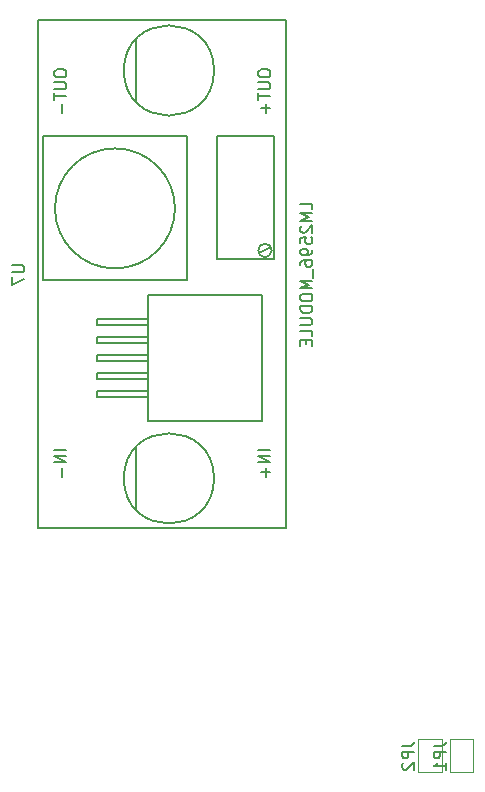
<source format=gbo>
G04 #@! TF.GenerationSoftware,KiCad,Pcbnew,5.1.4-3.fc30*
G04 #@! TF.CreationDate,2019-10-16T23:50:31+02:00*
G04 #@! TF.ProjectId,backplane,6261636b-706c-4616-9e65-2e6b69636164,v2.1-2*
G04 #@! TF.SameCoordinates,Original*
G04 #@! TF.FileFunction,Legend,Bot*
G04 #@! TF.FilePolarity,Positive*
%FSLAX46Y46*%
G04 Gerber Fmt 4.6, Leading zero omitted, Abs format (unit mm)*
G04 Created by KiCad (PCBNEW 5.1.4-3.fc30) date 2019-10-16 23:50:31*
%MOMM*%
%LPD*%
G04 APERTURE LIST*
%ADD10C,0.120000*%
%ADD11C,0.150000*%
G04 APERTURE END LIST*
D10*
X183118000Y-129537000D02*
X181118000Y-129537000D01*
X183118000Y-132337000D02*
X183118000Y-129537000D01*
X181118000Y-132337000D02*
X183118000Y-132337000D01*
X181118000Y-129537000D02*
X181118000Y-132337000D01*
X183785000Y-129537000D02*
X183785000Y-132337000D01*
X183785000Y-132337000D02*
X185785000Y-132337000D01*
X185785000Y-132337000D02*
X185785000Y-129537000D01*
X185785000Y-129537000D02*
X183785000Y-129537000D01*
D11*
X148971000Y-111633000D02*
X148971000Y-68633000D01*
X148971000Y-68633000D02*
X169971000Y-68633000D01*
X169971000Y-111633000D02*
X169971000Y-68633000D01*
X148971000Y-111633000D02*
X169971000Y-111633000D01*
X163838457Y-72906457D02*
G75*
G03X163838457Y-72906457I-3818457J0D01*
G01*
X149352000Y-90678000D02*
X161544000Y-90678000D01*
X161544000Y-90678000D02*
X161544000Y-78486000D01*
X161544000Y-78486000D02*
X149352000Y-78486000D01*
X149352000Y-78486000D02*
X149352000Y-90678000D01*
X163838457Y-107442000D02*
G75*
G03X163838457Y-107442000I-3818457J0D01*
G01*
X168910000Y-88900000D02*
X168910000Y-78486000D01*
X168910000Y-78486000D02*
X164084000Y-78486000D01*
X164084000Y-78486000D02*
X164084000Y-88900000D01*
X164084000Y-88900000D02*
X168910000Y-88900000D01*
X157226000Y-75438000D02*
X157226000Y-70358000D01*
X157226000Y-109982000D02*
X157226000Y-104902000D01*
X160528000Y-84582000D02*
G75*
G03X160528000Y-84582000I-5080000J0D01*
G01*
X168715961Y-88138000D02*
G75*
G03X168715961Y-88138000I-567961J0D01*
G01*
X167640000Y-88392000D02*
X168656000Y-87884000D01*
X167894000Y-102616000D02*
X167894000Y-91948000D01*
X167894000Y-91948000D02*
X158242000Y-91948000D01*
X158242000Y-91948000D02*
X158242000Y-102616000D01*
X158242000Y-102616000D02*
X167894000Y-102616000D01*
X158242000Y-100584000D02*
X153924000Y-100584000D01*
X153924000Y-100584000D02*
X153924000Y-100076000D01*
X153924000Y-100076000D02*
X158242000Y-100076000D01*
X158242000Y-94488000D02*
X153924000Y-94488000D01*
X153924000Y-94488000D02*
X153924000Y-93980000D01*
X153924000Y-93980000D02*
X158242000Y-93980000D01*
X153924000Y-97028000D02*
X158242000Y-97028000D01*
X153924000Y-97536000D02*
X153924000Y-97028000D01*
X158242000Y-97536000D02*
X153924000Y-97536000D01*
X153924000Y-99060000D02*
X153924000Y-98552000D01*
X153924000Y-98552000D02*
X158242000Y-98552000D01*
X158242000Y-99060000D02*
X153924000Y-99060000D01*
X153924000Y-96012000D02*
X153924000Y-95504000D01*
X158242000Y-96012000D02*
X153924000Y-96012000D01*
X153924000Y-95504000D02*
X158242000Y-95504000D01*
X179770380Y-130103666D02*
X180484666Y-130103666D01*
X180627523Y-130056047D01*
X180722761Y-129960809D01*
X180770380Y-129817952D01*
X180770380Y-129722714D01*
X180770380Y-130579857D02*
X179770380Y-130579857D01*
X179770380Y-130960809D01*
X179818000Y-131056047D01*
X179865619Y-131103666D01*
X179960857Y-131151285D01*
X180103714Y-131151285D01*
X180198952Y-131103666D01*
X180246571Y-131056047D01*
X180294190Y-130960809D01*
X180294190Y-130579857D01*
X179865619Y-131532238D02*
X179818000Y-131579857D01*
X179770380Y-131675095D01*
X179770380Y-131913190D01*
X179818000Y-132008428D01*
X179865619Y-132056047D01*
X179960857Y-132103666D01*
X180056095Y-132103666D01*
X180198952Y-132056047D01*
X180770380Y-131484619D01*
X180770380Y-132103666D01*
X182437380Y-130103666D02*
X183151666Y-130103666D01*
X183294523Y-130056047D01*
X183389761Y-129960809D01*
X183437380Y-129817952D01*
X183437380Y-129722714D01*
X183437380Y-130579857D02*
X182437380Y-130579857D01*
X182437380Y-130960809D01*
X182485000Y-131056047D01*
X182532619Y-131103666D01*
X182627857Y-131151285D01*
X182770714Y-131151285D01*
X182865952Y-131103666D01*
X182913571Y-131056047D01*
X182961190Y-130960809D01*
X182961190Y-130579857D01*
X183437380Y-132103666D02*
X183437380Y-131532238D01*
X183437380Y-131817952D02*
X182437380Y-131817952D01*
X182580238Y-131722714D01*
X182675476Y-131627476D01*
X182723095Y-131532238D01*
X146772380Y-89408095D02*
X147581904Y-89408095D01*
X147677142Y-89455714D01*
X147724761Y-89503333D01*
X147772380Y-89598571D01*
X147772380Y-89789047D01*
X147724761Y-89884285D01*
X147677142Y-89931904D01*
X147581904Y-89979523D01*
X146772380Y-89979523D01*
X146772380Y-90360476D02*
X146772380Y-91027142D01*
X147772380Y-90598571D01*
X172156380Y-84646190D02*
X172156380Y-84170000D01*
X171156380Y-84170000D01*
X172156380Y-84979523D02*
X171156380Y-84979523D01*
X171870666Y-85312857D01*
X171156380Y-85646190D01*
X172156380Y-85646190D01*
X171251619Y-86074761D02*
X171204000Y-86122380D01*
X171156380Y-86217619D01*
X171156380Y-86455714D01*
X171204000Y-86550952D01*
X171251619Y-86598571D01*
X171346857Y-86646190D01*
X171442095Y-86646190D01*
X171584952Y-86598571D01*
X172156380Y-86027142D01*
X172156380Y-86646190D01*
X171156380Y-87550952D02*
X171156380Y-87074761D01*
X171632571Y-87027142D01*
X171584952Y-87074761D01*
X171537333Y-87170000D01*
X171537333Y-87408095D01*
X171584952Y-87503333D01*
X171632571Y-87550952D01*
X171727809Y-87598571D01*
X171965904Y-87598571D01*
X172061142Y-87550952D01*
X172108761Y-87503333D01*
X172156380Y-87408095D01*
X172156380Y-87170000D01*
X172108761Y-87074761D01*
X172061142Y-87027142D01*
X172156380Y-88074761D02*
X172156380Y-88265238D01*
X172108761Y-88360476D01*
X172061142Y-88408095D01*
X171918285Y-88503333D01*
X171727809Y-88550952D01*
X171346857Y-88550952D01*
X171251619Y-88503333D01*
X171204000Y-88455714D01*
X171156380Y-88360476D01*
X171156380Y-88170000D01*
X171204000Y-88074761D01*
X171251619Y-88027142D01*
X171346857Y-87979523D01*
X171584952Y-87979523D01*
X171680190Y-88027142D01*
X171727809Y-88074761D01*
X171775428Y-88170000D01*
X171775428Y-88360476D01*
X171727809Y-88455714D01*
X171680190Y-88503333D01*
X171584952Y-88550952D01*
X171156380Y-89408095D02*
X171156380Y-89217619D01*
X171204000Y-89122380D01*
X171251619Y-89074761D01*
X171394476Y-88979523D01*
X171584952Y-88931904D01*
X171965904Y-88931904D01*
X172061142Y-88979523D01*
X172108761Y-89027142D01*
X172156380Y-89122380D01*
X172156380Y-89312857D01*
X172108761Y-89408095D01*
X172061142Y-89455714D01*
X171965904Y-89503333D01*
X171727809Y-89503333D01*
X171632571Y-89455714D01*
X171584952Y-89408095D01*
X171537333Y-89312857D01*
X171537333Y-89122380D01*
X171584952Y-89027142D01*
X171632571Y-88979523D01*
X171727809Y-88931904D01*
X172251619Y-89693809D02*
X172251619Y-90455714D01*
X172156380Y-90693809D02*
X171156380Y-90693809D01*
X171870666Y-91027142D01*
X171156380Y-91360476D01*
X172156380Y-91360476D01*
X171156380Y-92027142D02*
X171156380Y-92217619D01*
X171204000Y-92312857D01*
X171299238Y-92408095D01*
X171489714Y-92455714D01*
X171823047Y-92455714D01*
X172013523Y-92408095D01*
X172108761Y-92312857D01*
X172156380Y-92217619D01*
X172156380Y-92027142D01*
X172108761Y-91931904D01*
X172013523Y-91836666D01*
X171823047Y-91789047D01*
X171489714Y-91789047D01*
X171299238Y-91836666D01*
X171204000Y-91931904D01*
X171156380Y-92027142D01*
X172156380Y-92884285D02*
X171156380Y-92884285D01*
X171156380Y-93122380D01*
X171204000Y-93265238D01*
X171299238Y-93360476D01*
X171394476Y-93408095D01*
X171584952Y-93455714D01*
X171727809Y-93455714D01*
X171918285Y-93408095D01*
X172013523Y-93360476D01*
X172108761Y-93265238D01*
X172156380Y-93122380D01*
X172156380Y-92884285D01*
X171156380Y-93884285D02*
X171965904Y-93884285D01*
X172061142Y-93931904D01*
X172108761Y-93979523D01*
X172156380Y-94074761D01*
X172156380Y-94265238D01*
X172108761Y-94360476D01*
X172061142Y-94408095D01*
X171965904Y-94455714D01*
X171156380Y-94455714D01*
X172156380Y-95408095D02*
X172156380Y-94931904D01*
X171156380Y-94931904D01*
X171632571Y-95741428D02*
X171632571Y-96074761D01*
X172156380Y-96217619D02*
X172156380Y-95741428D01*
X171156380Y-95741428D01*
X171156380Y-96217619D01*
X168600380Y-105029142D02*
X167600380Y-105029142D01*
X168600380Y-105505333D02*
X167600380Y-105505333D01*
X168600380Y-106076761D01*
X167600380Y-106076761D01*
X168219428Y-106552952D02*
X168219428Y-107314857D01*
X168600380Y-106933904D02*
X167838476Y-106933904D01*
X151328380Y-105029142D02*
X150328380Y-105029142D01*
X151328380Y-105505333D02*
X150328380Y-105505333D01*
X151328380Y-106076761D01*
X150328380Y-106076761D01*
X150947428Y-106552952D02*
X150947428Y-107314857D01*
X167600380Y-73056952D02*
X167600380Y-73247428D01*
X167648000Y-73342666D01*
X167743238Y-73437904D01*
X167933714Y-73485523D01*
X168267047Y-73485523D01*
X168457523Y-73437904D01*
X168552761Y-73342666D01*
X168600380Y-73247428D01*
X168600380Y-73056952D01*
X168552761Y-72961714D01*
X168457523Y-72866476D01*
X168267047Y-72818857D01*
X167933714Y-72818857D01*
X167743238Y-72866476D01*
X167648000Y-72961714D01*
X167600380Y-73056952D01*
X167600380Y-73914095D02*
X168409904Y-73914095D01*
X168505142Y-73961714D01*
X168552761Y-74009333D01*
X168600380Y-74104571D01*
X168600380Y-74295047D01*
X168552761Y-74390285D01*
X168505142Y-74437904D01*
X168409904Y-74485523D01*
X167600380Y-74485523D01*
X167600380Y-74818857D02*
X167600380Y-75390285D01*
X168600380Y-75104571D02*
X167600380Y-75104571D01*
X168219428Y-75723619D02*
X168219428Y-76485523D01*
X168600380Y-76104571D02*
X167838476Y-76104571D01*
X150328380Y-73056952D02*
X150328380Y-73247428D01*
X150376000Y-73342666D01*
X150471238Y-73437904D01*
X150661714Y-73485523D01*
X150995047Y-73485523D01*
X151185523Y-73437904D01*
X151280761Y-73342666D01*
X151328380Y-73247428D01*
X151328380Y-73056952D01*
X151280761Y-72961714D01*
X151185523Y-72866476D01*
X150995047Y-72818857D01*
X150661714Y-72818857D01*
X150471238Y-72866476D01*
X150376000Y-72961714D01*
X150328380Y-73056952D01*
X150328380Y-73914095D02*
X151137904Y-73914095D01*
X151233142Y-73961714D01*
X151280761Y-74009333D01*
X151328380Y-74104571D01*
X151328380Y-74295047D01*
X151280761Y-74390285D01*
X151233142Y-74437904D01*
X151137904Y-74485523D01*
X150328380Y-74485523D01*
X150328380Y-74818857D02*
X150328380Y-75390285D01*
X151328380Y-75104571D02*
X150328380Y-75104571D01*
X150947428Y-75723619D02*
X150947428Y-76485523D01*
M02*

</source>
